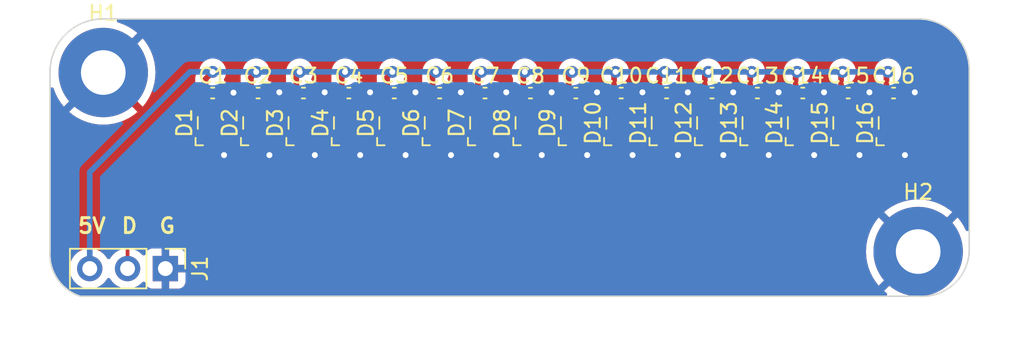
<source format=kicad_pcb>
(kicad_pcb (version 20221018) (generator pcbnew)
  (layers (0 "F.Cu" signal) (31 "B.Cu" signal) (34 "B.Paste" user) (35 "F.Paste" user) (36 "B.SilkS" user "B.Silkscreen") (37 "F.SilkS" user "F.Silkscreen") (38 "B.Mask" user) (39 "F.Mask" user) (44 "Edge.Cuts" user))
  (net 0 "")
  (net 1 "+5V")
  (net 2 "GND")
  (net 3 "Net-(D1-DOUT)")
  (net 4 "LIGHTBAR_RGB_OUT")
  (net 5 "Net-(D2-DOUT)")
  (net 6 "Net-(D3-DOUT)")
  (net 7 "Net-(D4-DOUT)")
  (net 8 "Net-(D5-DOUT)")
  (net 9 "Net-(D6-DOUT)")
  (net 10 "Net-(D7-DOUT)")
  (net 11 "Net-(D8-DOUT)")
  (net 12 "Net-(D10-DIN)")
  (net 13 "Net-(D10-DOUT)")
  (net 14 "Net-(D11-DOUT)")
  (net 15 "Net-(D12-DOUT)")
  (net 16 "Net-(D13-DOUT)")
  (net 17 "Net-(D14-DOUT)")
  (net 18 "Net-(D15-DOUT)")
  (footprint "Capacitor_SMD:C_0402_1005Metric" (layer "F.Cu") (at 69.85 21.742)
    (fp_text reference "C14" (at 0 -1.16) (layer "F.SilkS"))
    (fp_text value "100nF")
    (fp_line (start -0.107836 -0.36) (end 0.107836 -0.36) (stroke (width 0.12)) (layer "F.SilkS"))
    (fp_line (start -0.107836 0.36) (end 0.107836 0.36) (stroke (width 0.12)) (layer "F.SilkS"))
    (pad "1" smd roundrect (at -0.48 0) (size 0.56 0.62) (layers "F.Cu" "F.Paste" "F.Mask") (net 1 "+5V"))
    (pad "2" smd roundrect (at 0.48 0) (size 0.56 0.62) (layers "F.Cu" "F.Paste" "F.Mask") (net 2 "GND"))
  )
  (footprint "Capacitor_SMD:C_0402_1005Metric" (layer "F.Cu") (at 60.706 21.742)
    (fp_text reference "C11" (at 0 -1.16) (layer "F.SilkS"))
    (fp_text value "100nF")
    (fp_line (start -0.107836 -0.36) (end 0.107836 -0.36) (stroke (width 0.12)) (layer "F.SilkS"))
    (fp_line (start -0.107836 0.36) (end 0.107836 0.36) (stroke (width 0.12)) (layer "F.SilkS"))
    (pad "1" smd roundrect (at -0.48 0) (size 0.56 0.62) (layers "F.Cu" "F.Paste" "F.Mask") (net 1 "+5V"))
    (pad "2" smd roundrect (at 0.48 0) (size 0.56 0.62) (layers "F.Cu" "F.Paste" "F.Mask") (net 2 "GND"))
  )
  (footprint "marbastlib-various:LED_WS2812_2020" (layer "F.Cu") (at 36.322 23.749 90)
    (fp_text reference "D3" (at 0 -1.9 90) (layer "F.SilkS"))
    (fp_text value "WS2812_2020")
    (fp_line (start -1.5 -1.15) (end -1 -1.15) (stroke (width 0.12)) (layer "F.SilkS"))
    (fp_line (start -1.5 -0.65) (end -1.5 -1.15) (stroke (width 0.12)) (layer "F.SilkS"))
    (fp_line (start -0.4 -1) (end 0.4 -1) (stroke (width 0.12)) (layer "F.SilkS"))
    (pad "1" smd roundrect (at -0.915 -0.55 90) (size 0.7 0.7) (layers "F.Cu" "F.Paste" "F.Mask") (roundrect_rratio 0.15) (net 6 "Net-(D3-DOUT)"))
    (pad "2" smd roundrect (at -0.915 0.55 90) (size 0.7 0.7) (layers "F.Cu" "F.Paste" "F.Mask") (roundrect_rratio 0.15) (net 2 "GND"))
    (pad "3" smd roundrect (at 0.915 0.55 90) (size 0.7 0.7) (layers "F.Cu" "F.Paste" "F.Mask") (roundrect_rratio 0.15) (net 5 "Net-(D2-DOUT)"))
    (pad "4" smd roundrect (at 0.915 -0.55 90) (size 0.7 0.7) (layers "F.Cu" "F.Paste" "F.Mask") (roundrect_rratio 0.15) (net 1 "+5V"))
  )
  (footprint "Capacitor_SMD:C_0402_1005Metric" (layer "F.Cu") (at 39.37 21.742)
    (fp_text reference "C4" (at 0 -1.16) (layer "F.SilkS"))
    (fp_text value "100nF")
    (fp_line (start -0.107836 -0.36) (end 0.107836 -0.36) (stroke (width 0.12)) (layer "F.SilkS"))
    (fp_line (start -0.107836 0.36) (end 0.107836 0.36) (stroke (width 0.12)) (layer "F.SilkS"))
    (pad "1" smd roundrect (at -0.48 0) (size 0.56 0.62) (layers "F.Cu" "F.Paste" "F.Mask") (net 1 "+5V"))
    (pad "2" smd roundrect (at 0.48 0) (size 0.56 0.62) (layers "F.Cu" "F.Paste" "F.Mask") (net 2 "GND"))
  )
  (footprint "marbastlib-various:LED_WS2812_2020" (layer "F.Cu") (at 75.946 23.749 90)
    (fp_text reference "D16" (at 0 -1.9 90) (layer "F.SilkS"))
    (fp_text value "WS2812_2020")
    (fp_line (start -1.5 -1.15) (end -1 -1.15) (stroke (width 0.12)) (layer "F.SilkS"))
    (fp_line (start -1.5 -0.65) (end -1.5 -1.15) (stroke (width 0.12)) (layer "F.SilkS"))
    (fp_line (start -0.4 -1) (end 0.4 -1) (stroke (width 0.12)) (layer "F.SilkS"))
    (pad "1" smd roundrect (at -0.915 -0.55 90) (size 0.7 0.7) (layers "F.Cu" "F.Paste" "F.Mask") (roundrect_rratio 0.15))
    (pad "2" smd roundrect (at -0.915 0.55 90) (size 0.7 0.7) (layers "F.Cu" "F.Paste" "F.Mask") (roundrect_rratio 0.15) (net 2 "GND"))
    (pad "3" smd roundrect (at 0.915 0.55 90) (size 0.7 0.7) (layers "F.Cu" "F.Paste" "F.Mask") (roundrect_rratio 0.15) (net 18 "Net-(D15-DOUT)"))
    (pad "4" smd roundrect (at 0.915 -0.55 90) (size 0.7 0.7) (layers "F.Cu" "F.Paste" "F.Mask") (roundrect_rratio 0.15) (net 1 "+5V"))
  )
  (footprint "MountingHole:MountingHole_3mm_Pad" (layer "F.Cu") (at 77.597 32.385)
    (fp_text reference "H2" (at 0 -4) (layer "F.SilkS"))
    (fp_text value "MountingHole_Pad")
    (pad "1" thru_hole circle (at 0 0) (size 6 6) (drill 3) (layers "*.Cu" "*.Mask") (net 2 "GND"))
  )
  (footprint "marbastlib-various:LED_WS2812_2020" (layer "F.Cu") (at 60.706 23.749 90)
    (fp_text reference "D11" (at 0 -1.9 90) (layer "F.SilkS"))
    (fp_text value "WS2812_2020")
    (fp_line (start -1.5 -1.15) (end -1 -1.15) (stroke (width 0.12)) (layer "F.SilkS"))
    (fp_line (start -1.5 -0.65) (end -1.5 -1.15) (stroke (width 0.12)) (layer "F.SilkS"))
    (fp_line (start -0.4 -1) (end 0.4 -1) (stroke (width 0.12)) (layer "F.SilkS"))
    (pad "1" smd roundrect (at -0.915 -0.55 90) (size 0.7 0.7) (layers "F.Cu" "F.Paste" "F.Mask") (roundrect_rratio 0.15) (net 14 "Net-(D11-DOUT)"))
    (pad "2" smd roundrect (at -0.915 0.55 90) (size 0.7 0.7) (layers "F.Cu" "F.Paste" "F.Mask") (roundrect_rratio 0.15) (net 2 "GND"))
    (pad "3" smd roundrect (at 0.915 0.55 90) (size 0.7 0.7) (layers "F.Cu" "F.Paste" "F.Mask") (roundrect_rratio 0.15) (net 13 "Net-(D10-DOUT)"))
    (pad "4" smd roundrect (at 0.915 -0.55 90) (size 0.7 0.7) (layers "F.Cu" "F.Paste" "F.Mask") (roundrect_rratio 0.15) (net 1 "+5V"))
  )
  (footprint "Capacitor_SMD:C_0402_1005Metric" (layer "F.Cu") (at 48.514 21.742)
    (fp_text reference "C7" (at 0 -1.16) (layer "F.SilkS"))
    (fp_text value "100nF")
    (fp_line (start -0.107836 -0.36) (end 0.107836 -0.36) (stroke (width 0.12)) (layer "F.SilkS"))
    (fp_line (start -0.107836 0.36) (end 0.107836 0.36) (stroke (width 0.12)) (layer "F.SilkS"))
    (pad "1" smd roundrect (at -0.48 0) (size 0.56 0.62) (layers "F.Cu" "F.Paste" "F.Mask") (net 1 "+5V"))
    (pad "2" smd roundrect (at 0.48 0) (size 0.56 0.62) (layers "F.Cu" "F.Paste" "F.Mask") (net 2 "GND"))
  )
  (footprint "Capacitor_SMD:C_0402_1005Metric" (layer "F.Cu") (at 63.754 21.742)
    (fp_text reference "C12" (at 0 -1.16) (layer "F.SilkS"))
    (fp_text value "100nF")
    (fp_line (start -0.107836 -0.36) (end 0.107836 -0.36) (stroke (width 0.12)) (layer "F.SilkS"))
    (fp_line (start -0.107836 0.36) (end 0.107836 0.36) (stroke (width 0.12)) (layer "F.SilkS"))
    (pad "1" smd roundrect (at -0.48 0) (size 0.56 0.62) (layers "F.Cu" "F.Paste" "F.Mask") (net 1 "+5V"))
    (pad "2" smd roundrect (at 0.48 0) (size 0.56 0.62) (layers "F.Cu" "F.Paste" "F.Mask") (net 2 "GND"))
  )
  (footprint "marbastlib-various:LED_WS2812_2020" (layer "F.Cu") (at 39.37 23.749 90)
    (fp_text reference "D4" (at 0 -1.9 90) (layer "F.SilkS"))
    (fp_text value "WS2812_2020")
    (fp_line (start -1.5 -1.15) (end -1 -1.15) (stroke (width 0.12)) (layer "F.SilkS"))
    (fp_line (start -1.5 -0.65) (end -1.5 -1.15) (stroke (width 0.12)) (layer "F.SilkS"))
    (fp_line (start -0.4 -1) (end 0.4 -1) (stroke (width 0.12)) (layer "F.SilkS"))
    (pad "1" smd roundrect (at -0.915 -0.55 90) (size 0.7 0.7) (layers "F.Cu" "F.Paste" "F.Mask") (roundrect_rratio 0.15) (net 7 "Net-(D4-DOUT)"))
    (pad "2" smd roundrect (at -0.915 0.55 90) (size 0.7 0.7) (layers "F.Cu" "F.Paste" "F.Mask") (roundrect_rratio 0.15) (net 2 "GND"))
    (pad "3" smd roundrect (at 0.915 0.55 90) (size 0.7 0.7) (layers "F.Cu" "F.Paste" "F.Mask") (roundrect_rratio 0.15) (net 6 "Net-(D3-DOUT)"))
    (pad "4" smd roundrect (at 0.915 -0.55 90) (size 0.7 0.7) (layers "F.Cu" "F.Paste" "F.Mask") (roundrect_rratio 0.15) (net 1 "+5V"))
  )
  (footprint "Capacitor_SMD:C_0402_1005Metric" (layer "F.Cu") (at 30.226 21.742)
    (fp_text reference "C1" (at 0 -1.16) (layer "F.SilkS"))
    (fp_text value "100nF")
    (fp_line (start -0.107836 -0.36) (end 0.107836 -0.36) (stroke (width 0.12)) (layer "F.SilkS"))
    (fp_line (start -0.107836 0.36) (end 0.107836 0.36) (stroke (width 0.12)) (layer "F.SilkS"))
    (pad "1" smd roundrect (at -0.48 0) (size 0.56 0.62) (layers "F.Cu" "F.Paste" "F.Mask") (net 1 "+5V"))
    (pad "2" smd roundrect (at 0.48 0) (size 0.56 0.62) (layers "F.Cu" "F.Paste" "F.Mask") (net 2 "GND"))
  )
  (footprint "Capacitor_SMD:C_0402_1005Metric" (layer "F.Cu") (at 54.61 21.742)
    (fp_text reference "C9" (at 0 -1.16) (layer "F.SilkS"))
    (fp_text value "100nF")
    (fp_line (start -0.107836 -0.36) (end 0.107836 -0.36) (stroke (width 0.12)) (layer "F.SilkS"))
    (fp_line (start -0.107836 0.36) (end 0.107836 0.36) (stroke (width 0.12)) (layer "F.SilkS"))
    (pad "1" smd roundrect (at -0.48 0) (size 0.56 0.62) (layers "F.Cu" "F.Paste" "F.Mask") (net 1 "+5V"))
    (pad "2" smd roundrect (at 0.48 0) (size 0.56 0.62) (layers "F.Cu" "F.Paste" "F.Mask") (net 2 "GND"))
  )
  (footprint "Capacitor_SMD:C_0402_1005Metric" (layer "F.Cu") (at 57.658 21.742)
    (fp_text reference "C10" (at 0 -1.16) (layer "F.SilkS"))
    (fp_text value "100nF")
    (fp_line (start -0.107836 -0.36) (end 0.107836 -0.36) (stroke (width 0.12)) (layer "F.SilkS"))
    (fp_line (start -0.107836 0.36) (end 0.107836 0.36) (stroke (width 0.12)) (layer "F.SilkS"))
    (pad "1" smd roundrect (at -0.48 0) (size 0.56 0.62) (layers "F.Cu" "F.Paste" "F.Mask") (net 1 "+5V"))
    (pad "2" smd roundrect (at 0.48 0) (size 0.56 0.62) (layers "F.Cu" "F.Paste" "F.Mask") (net 2 "GND"))
  )
  (footprint "marbastlib-various:LED_WS2812_2020" (layer "F.Cu") (at 45.466 23.749 90)
    (fp_text reference "D6" (at 0 -1.9 90) (layer "F.SilkS"))
    (fp_text value "WS2812_2020")
    (fp_line (start -1.5 -1.15) (end -1 -1.15) (stroke (width 0.12)) (layer "F.SilkS"))
    (fp_line (start -1.5 -0.65) (end -1.5 -1.15) (stroke (width 0.12)) (layer "F.SilkS"))
    (fp_line (start -0.4 -1) (end 0.4 -1) (stroke (width 0.12)) (layer "F.SilkS"))
    (pad "1" smd roundrect (at -0.915 -0.55 90) (size 0.7 0.7) (layers "F.Cu" "F.Paste" "F.Mask") (roundrect_rratio 0.15) (net 9 "Net-(D6-DOUT)"))
    (pad "2" smd roundrect (at -0.915 0.55 90) (size 0.7 0.7) (layers "F.Cu" "F.Paste" "F.Mask") (roundrect_rratio 0.15) (net 2 "GND"))
    (pad "3" smd roundrect (at 0.915 0.55 90) (size 0.7 0.7) (layers "F.Cu" "F.Paste" "F.Mask") (roundrect_rratio 0.15) (net 8 "Net-(D5-DOUT)"))
    (pad "4" smd roundrect (at 0.915 -0.55 90) (size 0.7 0.7) (layers "F.Cu" "F.Paste" "F.Mask") (roundrect_rratio 0.15) (net 1 "+5V"))
  )
  (footprint "Capacitor_SMD:C_0402_1005Metric" (layer "F.Cu") (at 75.946 21.742)
    (fp_text reference "C16" (at 0 -1.16) (layer "F.SilkS"))
    (fp_text value "100nF")
    (fp_line (start -0.107836 -0.36) (end 0.107836 -0.36) (stroke (width 0.12)) (layer "F.SilkS"))
    (fp_line (start -0.107836 0.36) (end 0.107836 0.36) (stroke (width 0.12)) (layer "F.SilkS"))
    (pad "1" smd roundrect (at -0.48 0) (size 0.56 0.62) (layers "F.Cu" "F.Paste" "F.Mask") (net 1 "+5V"))
    (pad "2" smd roundrect (at 0.48 0) (size 0.56 0.62) (layers "F.Cu" "F.Paste" "F.Mask") (net 2 "GND"))
  )
  (footprint "marbastlib-various:LED_WS2812_2020" (layer "F.Cu") (at 63.754 23.749 90)
    (fp_text reference "D12" (at 0 -1.9 90) (layer "F.SilkS"))
    (fp_text value "WS2812_2020")
    (fp_line (start -1.5 -1.15) (end -1 -1.15) (stroke (width 0.12)) (layer "F.SilkS"))
    (fp_line (start -1.5 -0.65) (end -1.5 -1.15) (stroke (width 0.12)) (layer "F.SilkS"))
    (fp_line (start -0.4 -1) (end 0.4 -1) (stroke (width 0.12)) (layer "F.SilkS"))
    (pad "1" smd roundrect (at -0.915 -0.55 90) (size 0.7 0.7) (layers "F.Cu" "F.Paste" "F.Mask") (roundrect_rratio 0.15) (net 15 "Net-(D12-DOUT)"))
    (pad "2" smd roundrect (at -0.915 0.55 90) (size 0.7 0.7) (layers "F.Cu" "F.Paste" "F.Mask") (roundrect_rratio 0.15) (net 2 "GND"))
    (pad "3" smd roundrect (at 0.915 0.55 90) (size 0.7 0.7) (layers "F.Cu" "F.Paste" "F.Mask") (roundrect_rratio 0.15) (net 14 "Net-(D11-DOUT)"))
    (pad "4" smd roundrect (at 0.915 -0.55 90) (size 0.7 0.7) (layers "F.Cu" "F.Paste" "F.Mask") (roundrect_rratio 0.15) (net 1 "+5V"))
  )
  (footprint "marbastlib-various:LED_WS2812_2020" (layer "F.Cu") (at 57.658 23.749 90)
    (fp_text reference "D10" (at 0 -1.9 90) (layer "F.SilkS"))
    (fp_text value "WS2812_2020")
    (fp_line (start -1.5 -1.15) (end -1 -1.15) (stroke (width 0.12)) (layer "F.SilkS"))
    (fp_line (start -1.5 -0.65) (end -1.5 -1.15) (stroke (width 0.12)) (layer "F.SilkS"))
    (fp_line (start -0.4 -1) (end 0.4 -1) (stroke (width 0.12)) (layer "F.SilkS"))
    (pad "1" smd roundrect (at -0.915 -0.55 90) (size 0.7 0.7) (layers "F.Cu" "F.Paste" "F.Mask") (roundrect_rratio 0.15) (net 13 "Net-(D10-DOUT)"))
    (pad "2" smd roundrect (at -0.915 0.55 90) (size 0.7 0.7) (layers "F.Cu" "F.Paste" "F.Mask") (roundrect_rratio 0.15) (net 2 "GND"))
    (pad "3" smd roundrect (at 0.915 0.55 90) (size 0.7 0.7) (layers "F.Cu" "F.Paste" "F.Mask") (roundrect_rratio 0.15) (net 12 "Net-(D10-DIN)"))
    (pad "4" smd roundrect (at 0.915 -0.55 90) (size 0.7 0.7) (layers "F.Cu" "F.Paste" "F.Mask") (roundrect_rratio 0.15) (net 1 "+5V"))
  )
  (footprint "marbastlib-various:LED_WS2812_2020" (layer "F.Cu") (at 69.85 23.749 90)
    (fp_text reference "D14" (at 0 -1.9 90) (layer "F.SilkS"))
    (fp_text value "WS2812_2020")
    (fp_line (start -1.5 -1.15) (end -1 -1.15) (stroke (width 0.12)) (layer "F.SilkS"))
    (fp_line (start -1.5 -0.65) (end -1.5 -1.15) (stroke (width 0.12)) (layer "F.SilkS"))
    (fp_line (start -0.4 -1) (end 0.4 -1) (stroke (width 0.12)) (layer "F.SilkS"))
    (pad "1" smd roundrect (at -0.915 -0.55 90) (size 0.7 0.7) (layers "F.Cu" "F.Paste" "F.Mask") (roundrect_rratio 0.15) (net 17 "Net-(D14-DOUT)"))
    (pad "2" smd roundrect (at -0.915 0.55 90) (size 0.7 0.7) (layers "F.Cu" "F.Paste" "F.Mask") (roundrect_rratio 0.15) (net 2 "GND"))
    (pad "3" smd roundrect (at 0.915 0.55 90) (size 0.7 0.7) (layers "F.Cu" "F.Paste" "F.Mask") (roundrect_rratio 0.15) (net 16 "Net-(D13-DOUT)"))
    (pad "4" smd roundrect (at 0.915 -0.55 90) (size 0.7 0.7) (layers "F.Cu" "F.Paste" "F.Mask") (roundrect_rratio 0.15) (net 1 "+5V"))
  )
  (footprint "Capacitor_SMD:C_0402_1005Metric" (layer "F.Cu") (at 33.274 21.742)
    (fp_text reference "C2" (at 0 -1.16) (layer "F.SilkS"))
    (fp_text value "100nF")
    (fp_line (start -0.107836 -0.36) (end 0.107836 -0.36) (stroke (width 0.12)) (layer "F.SilkS"))
    (fp_line (start -0.107836 0.36) (end 0.107836 0.36) (stroke (width 0.12)) (layer "F.SilkS"))
    (pad "1" smd roundrect (at -0.48 0) (size 0.56 0.62) (layers "F.Cu" "F.Paste" "F.Mask") (net 1 "+5V"))
    (pad "2" smd roundrect (at 0.48 0) (size 0.56 0.62) (layers "F.Cu" "F.Paste" "F.Mask") (net 2 "GND"))
  )
  (footprint "Capacitor_SMD:C_0402_1005Metric" (layer "F.Cu") (at 36.322 21.742)
    (fp_text reference "C3" (at 0 -1.16) (layer "F.SilkS"))
    (fp_text value "100nF")
    (fp_line (start -0.107836 -0.36) (end 0.107836 -0.36) (stroke (width 0.12)) (layer "F.SilkS"))
    (fp_line (start -0.107836 0.36) (end 0.107836 0.36) (stroke (width 0.12)) (layer "F.SilkS"))
    (pad "1" smd roundrect (at -0.48 0) (size 0.56 0.62) (layers "F.Cu" "F.Paste" "F.Mask") (net 1 "+5V"))
    (pad "2" smd roundrect (at 0.48 0) (size 0.56 0.62) (layers "F.Cu" "F.Paste" "F.Mask") (net 2 "GND"))
  )
  (footprint "marbastlib-various:LED_WS2812_2020" (layer "F.Cu") (at 30.226 23.749 90)
    (fp_text reference "D1" (at 0 -1.9 90) (layer "F.SilkS"))
    (fp_text value "WS2812_2020")
    (fp_line (start -1.5 -1.15) (end -1 -1.15) (stroke (width 0.12)) (layer "F.SilkS"))
    (fp_line (start -1.5 -0.65) (end -1.5 -1.15) (stroke (width 0.12)) (layer "F.SilkS"))
    (fp_line (start -0.4 -1) (end 0.4 -1) (stroke (width 0.12)) (layer "F.SilkS"))
    (pad "1" smd roundrect (at -0.915 -0.55 90) (size 0.7 0.7) (layers "F.Cu" "F.Paste" "F.Mask") (roundrect_rratio 0.15) (net 3 "Net-(D1-DOUT)"))
    (pad "2" smd roundrect (at -0.915 0.55 90) (size 0.7 0.7) (layers "F.Cu" "F.Paste" "F.Mask") (roundrect_rratio 0.15) (net 2 "GND"))
    (pad "3" smd roundrect (at 0.915 0.55 90) (size 0.7 0.7) (layers "F.Cu" "F.Paste" "F.Mask") (roundrect_rratio 0.15) (net 4 "LIGHTBAR_RGB_OUT"))
    (pad "4" smd roundrect (at 0.915 -0.55 90) (size 0.7 0.7) (layers "F.Cu" "F.Paste" "F.Mask") (roundrect_rratio 0.15) (net 1 "+5V"))
  )
  (footprint "Connector_PinHeader_2.54mm:PinHeader_1x03_P2.54mm_Vertical" (layer "F.Cu") (at 27.051 33.528 -90)
    (fp_text reference "J1" (at 0 -2.33 90) (layer "F.SilkS"))
    (fp_text value "Conn_01x03")
    (fp_line (start -1.33 -1.33) (end 0 -1.33) (stroke (width 0.12)) (layer "F.SilkS"))
    (fp_line (start -1.33 0) (end -1.33 -1.33) (stroke (width 0.12)) (layer "F.SilkS"))
    (fp_line (start -1.33 1.27) (end -1.33 6.41) (stroke (width 0.12)) (layer "F.SilkS"))
    (fp_line (start -1.33 1.27) (end 1.33 1.27) (stroke (width 0.12)) (layer "F.SilkS"))
    (fp_line (start -1.33 6.41) (end 1.33 6.41) (stroke (width 0.12)) (layer "F.SilkS"))
    (fp_line (start 1.33 1.27) (end 1.33 6.41) (stroke (width 0.12)) (layer "F.SilkS"))
    (pad "1" thru_hole rect (at 0 0 270) (size 1.7 1.7) (drill 1) (layers "*.Cu" "*.Mask") (net 2 "GND"))
    (pad "2" thru_hole oval (at 0 2.54 270) (size 1.7 1.7) (drill 1) (layers "*.Cu" "*.Mask") (net 4 "LIGHTBAR_RGB_OUT"))
    (pad "3" thru_hole oval (at 0 5.08 270) (size 1.7 1.7) (drill 1) (layers "*.Cu" "*.Mask") (net 1 "+5V"))
  )
  (footprint "Capacitor_SMD:C_0402_1005Metric" (layer "F.Cu") (at 51.562 21.742)
    (fp_text reference "C8" (at 0 -1.16) (layer "F.SilkS"))
    (fp_text value "100nF")
    (fp_line (start -0.107836 -0.36) (end 0.107836 -0.36) (stroke (width 0.12)) (layer "F.SilkS"))
    (fp_line (start -0.107836 0.36) (end 0.107836 0.36) (stroke (width 0.12)) (layer "F.SilkS"))
    (pad "1" smd roundrect (at -0.48 0) (size 0.56 0.62) (layers "F.Cu" "F.Paste" "F.Mask") (net 1 "+5V"))
    (pad "2" smd roundrect (at 0.48 0) (size 0.56 0.62) (layers "F.Cu" "F.Paste" "F.Mask") (net 2 "GND"))
  )
  (footprint "marbastlib-various:LED_WS2812_2020" (layer "F.Cu") (at 54.61 23.749 90)
    (fp_text reference "D9" (at 0 -1.9 90) (layer "F.SilkS"))
    (fp_text value "WS2812_2020")
    (fp_line (start -1.5 -1.15) (end -1 -1.15) (stroke (width 0.12)) (layer "F.SilkS"))
    (fp_line (start -1.5 -0.65) (end -1.5 -1.15) (stroke (width 0.12)) (layer "F.SilkS"))
    (fp_line (start -0.4 -1) (end 0.4 -1) (stroke (width 0.12)) (layer "F.SilkS"))
    (pad "1" smd roundrect (at -0.915 -0.55 90) (size 0.7 0.7) (layers "F.Cu" "F.Paste" "F.Mask") (roundrect_rratio 0.15) (net 12 "Net-(D10-DIN)"))
    (pad "2" smd roundrect (at -0.915 0.55 90) (size 0.7 0.7) (layers "F.Cu" "F.Paste" "F.Mask") (roundrect_rratio 0.15) (net 2 "GND"))
    (pad "3" smd roundrect (at 0.915 0.55 90) (size 0.7 0.7) (layers "F.Cu" "F.Paste" "F.Mask") (roundrect_rratio 0.15) (net 11 "Net-(D8-DOUT)"))
    (pad "4" smd roundrect (at 0.915 -0.55 90) (size 0.7 0.7) (layers "F.Cu" "F.Paste" "F.Mask") (roundrect_rratio 0.15) (net 1 "+5V"))
  )
  (footprint "marbastlib-various:LED_WS2812_2020" (layer "F.Cu") (at 66.802 23.749 90)
    (fp_text reference "D13" (at 0 -1.9 90) (layer "F.SilkS"))
    (fp_text value "WS2812_2020")
    (fp_line (start -1.5 -1.15) (end -1 -1.15) (stroke (width 0.12)) (layer "F.SilkS"))
    (fp_line (start -1.5 -0.65) (end -1.5 -1.15) (stroke (width 0.12)) (layer "F.SilkS"))
    (fp_line (start -0.4 -1) (end 0.4 -1) (stroke (width 0.12)) (layer "F.SilkS"))
    (pad "1" smd roundrect (at -0.915 -0.55 90) (size 0.7 0.7) (layers "F.Cu" "F.Paste" "F.Mask") (roundrect_rratio 0.15) (net 16 "Net-(D13-DOUT)"))
    (pad "2" smd roundrect (at -0.915 0.55 90) (size 0.7 0.7) (layers "F.Cu" "F.Paste" "F.Mask") (roundrect_rratio 0.15) (net 2 "GND"))
    (pad "3" smd roundrect (at 0.915 0.55 90) (size 0.7 0.7) (layers "F.Cu" "F.Paste" "F.Mask") (roundrect_rratio 0.15) (net 15 "Net-(D12-DOUT)"))
    (pad "4" smd roundrect (at 0.915 -0.55 90) (size 0.7 0.7) (layers "F.Cu" "F.Paste" "F.Mask") (roundrect_rratio 0.15) (net 1 "+5V"))
  )
  (footprint "marbastlib-various:LED_WS2812_2020" (layer "F.Cu") (at 33.274 23.749 90)
    (fp_text reference "D2" (at 0 -1.9 90) (layer "F.SilkS"))
    (fp_text value "WS2812_2020")
    (fp_line (start -1.5 -1.15) (end -1 -1.15) (stroke (width 0.12)) (layer "F.SilkS"))
    (fp_line (start -1.5 -0.65) (end -1.5 -1.15) (stroke (width 0.12)) (layer "F.SilkS"))
    (fp_line (start -0.4 -1) (end 0.4 -1) (stroke (width 0.12)) (layer "F.SilkS"))
    (pad "1" smd roundrect (at -0.915 -0.55 90) (size 0.7 0.7) (layers "F.Cu" "F.Paste" "F.Mask") (roundrect_rratio 0.15) (net 5 "Net-(D2-DOUT)"))
    (pad "2" smd roundrect (at -0.915 0.55 90) (size 0.7 0.7) (layers "F.Cu" "F.Paste" "F.Mask") (roundrect_rratio 0.15) (net 2 "GND"))
    (pad "3" smd roundrect (at 0.915 0.55 90) (size 0.7 0.7) (layers "F.Cu" "F.Paste" "F.Mask") (roundrect_rratio 0.15) (net 3 "Net-(D1-DOUT)"))
    (pad "4" smd roundrect (at 0.915 -0.55 90) (size 0.7 0.7) (layers "F.Cu" "F.Paste" "F.Mask") (roundrect_rratio 0.15) (net 1 "+5V"))
  )
  (footprint "Capacitor_SMD:C_0402_1005Metric" (layer "F.Cu") (at 45.466 21.742)
    (fp_text reference "C6" (at 0 -1.16) (layer "F.SilkS"))
    (fp_text value "100nF")
    (fp_line (start -0.107836 -0.36) (end 0.107836 -0.36) (stroke (width 0.12)) (layer "F.SilkS"))
    (fp_line (start -0.107836 0.36) (end 0.107836 0.36) (stroke (width 0.12)) (layer "F.SilkS"))
    (pad "1" smd roundrect (at -0.48 0) (size 0.56 0.62) (layers "F.Cu" "F.Paste" "F.Mask") (net 1 "+5V"))
    (pad "2" smd roundrect (at 0.48 0) (size 0.56 0.62) (layers "F.Cu" "F.Paste" "F.Mask") (net 2 "GND"))
  )
  (footprint "marbastlib-various:LED_WS2812_2020" (layer "F.Cu") (at 51.562 23.749 90)
    (fp_text reference "D8" (at 0 -1.9 90) (layer "F.SilkS"))
    (fp_text value "WS2812_2020")
    (fp_line (start -1.5 -1.15) (end -1 -1.15) (stroke (width 0.12)) (layer "F.SilkS"))
    (fp_line (start -1.5 -0.65) (end -1.5 -1.15) (stroke (width 0.12)) (layer "F.SilkS"))
    (fp_line (start -0.4 -1) (end 0.4 -1) (stroke (width 0.12)) (layer "F.SilkS"))
    (pad "1" smd roundrect (at -0.915 -0.55 90) (size 0.7 0.7) (layers "F.Cu" "F.Paste" "F.Mask") (roundrect_rratio 0.15) (net 11 "Net-(D8-DOUT)"))
    (pad "2" smd roundrect (at -0.915 0.55 90) (size 0.7 0.7) (layers "F.Cu" "F.Paste" "F.Mask") (roundrect_rratio 0.15) (net 2 "GND"))
    (pad "3" smd roundrect (at 0.915 0.55 90) (size 0.7 0.7) (layers "F.Cu" "F.Paste" "F.Mask") (roundrect_rratio 0.15) (net 10 "Net-(D7-DOUT)"))
    (pad "4" smd roundrect (at 0.915 -0.55 90) (size 0.7 0.7) (layers "F.Cu" "F.Paste" "F.Mask") (roundrect_rratio 0.15) (net 1 "+5V"))
  )
  (footprint "Capacitor_SMD:C_0402_1005Metric" (layer "F.Cu") (at 66.802 21.742)
    (fp_text reference "C13" (at 0 -1.16) (layer "F.SilkS"))
    (fp_text value "100nF")
    (fp_line (start -0.107836 -0.36) (end 0.107836 -0.36) (stroke (width 0.12)) (layer "F.SilkS"))
    (fp_line (start -0.107836 0.36) (end 0.107836 0.36) (stroke (width 0.12)) (layer "F.SilkS"))
    (pad "1" smd roundrect (at -0.48 0) (size 0.56 0.62) (layers "F.Cu" "F.Paste" "F.Mask") (net 1 "+5V"))
    (pad "2" smd roundrect (at 0.48 0) (size 0.56 0.62) (layers "F.Cu" "F.Paste" "F.Mask") (net 2 "GND"))
  )
  (footprint "marbastlib-various:LED_WS2812_2020" (layer "F.Cu") (at 48.514 23.749 90)
    (fp_text reference "D7" (at 0 -1.9 90) (layer "F.SilkS"))
    (fp_text value "WS2812_2020")
    (fp_line (start -1.5 -1.15) (end -1 -1.15) (stroke (width 0.12)) (layer "F.SilkS"))
    (fp_line (start -1.5 -0.65) (end -1.5 -1.15) (stroke (width 0.12)) (layer "F.SilkS"))
    (fp_line (start -0.4 -1) (end 0.4 -1) (stroke (width 0.12)) (layer "F.SilkS"))
    (pad "1" smd roundrect (at -0.915 -0.55 90) (size 0.7 0.7) (layers "F.Cu" "F.Paste" "F.Mask") (roundrect_rratio 0.15) (net 10 "Net-(D7-DOUT)"))
    (pad "2" smd roundrect (at -0.915 0.55 90) (size 0.7 0.7) (layers "F.Cu" "F.Paste" "F.Mask") (roundrect_rratio 0.15) (net 2 "GND"))
    (pad "3" smd roundrect (at 0.915 0.55 90) (size 0.7 0.7) (layers "F.Cu" "F.Paste" "F.Mask") (roundrect_rratio 0.15) (net 9 "Net-(D6-DOUT)"))
    (pad "4" smd roundrect (at 0.915 -0.55 90) (size 0.7 0.7) (layers "F.Cu" "F.Paste" "F.Mask") (roundrect_rratio 0.15) (net 1 "+5V"))
  )
  (footprint "Capacitor_SMD:C_0402_1005Metric" (layer "F.Cu") (at 42.418 21.742)
    (fp_text reference "C5" (at 0 -1.16) (layer "F.SilkS"))
    (fp_text value "100nF")
    (fp_line (start -0.107836 -0.36) (end 0.107836 -0.36) (stroke (width 0.12)) (layer "F.SilkS"))
    (fp_line (start -0.107836 0.36) (end 0.107836 0.36) (stroke (width 0.12)) (layer "F.SilkS"))
    (pad "1" smd roundrect (at -0.48 0) (size 0.56 0.62) (layers "F.Cu" "F.Paste" "F.Mask") (net 1 "+5V"))
    (pad "2" smd roundrect (at 0.48 0) (size 0.56 0.62) (layers "F.Cu" "F.Paste" "F.Mask") (net 2 "GND"))
  )
  (footprint "Capacitor_SMD:C_0402_1005Metric" (layer "F.Cu") (at 72.898 21.742)
    (fp_text reference "C15" (at 0 -1.16) (layer "F.SilkS"))
    (fp_text value "100nF")
    (fp_line (start -0.107836 -0.36) (end 0.107836 -0.36) (stroke (width 0.12)) (layer "F.SilkS"))
    (fp_line (start -0.107836 0.36) (end 0.107836 0.36) (stroke (width 0.12)) (layer "F.SilkS"))
    (pad "1" smd roundrect (at -0.48 0) (size 0.56 0.62) (layers "F.Cu" "F.Paste" "F.Mask") (net 1 "+5V"))
    (pad "2" smd roundrect (at 0.48 0) (size 0.56 0.62) (layers "F.Cu" "F.Paste" "F.Mask") (net 2 "GND"))
  )
  (footprint "MountingHole:MountingHole_3mm_Pad" (layer "F.Cu") (at 22.879961 20.362871)
    (fp_text reference "H1" (at 0 -4) (layer "F.SilkS"))
    (fp_text value "MountingHole_Pad")
    (pad "1" thru_hole circle (at 0 0) (size 6 6) (drill 3) (layers "*.Cu" "*.Mask") (net 2 "GND"))
  )
  (footprint "marbastlib-various:LED_WS2812_2020" (layer "F.Cu") (at 42.418 23.749 90)
    (fp_text reference "D5" (at 0 -1.9 90) (layer "F.SilkS"))
    (fp_text value "WS2812_2020")
    (fp_line (start -1.5 -1.15) (end -1 -1.15) (stroke (width 0.12)) (layer "F.SilkS"))
    (fp_line (start -1.5 -0.65) (end -1.5 -1.15) (stroke (width 0.12)) (layer "F.SilkS"))
    (fp_line (start -0.4 -1) (end 0.4 -1) (stroke (width 0.12)) (layer "F.SilkS"))
    (pad "1" smd roundrect (at -0.915 -0.55 90) (size 0.7 0.7) (layers "F.Cu" "F.Paste" "F.Mask") (roundrect_rratio 0.15) (net 8 "Net-(D5-DOUT)"))
    (pad "2" smd roundrect (at -0.915 0.55 90) (size 0.7 0.7) (layers "F.Cu" "F.Paste" "F.Mask") (roundrect_rratio 0.15) (net 2 "GND"))
    (pad "3" smd roundrect (at 0.915 0.55 90) (size 0.7 0.7) (layers "F.Cu" "F.Paste" "F.Mask") (roundrect_rratio 0.15) (net 7 "Net-(D4-DOUT)"))
    (pad "4" smd roundrect (at 0.915 -0.55 90) (size 0.7 0.7) (layers "F.Cu" "F.Paste" "F.Mask") (roundrect_rratio 0.15) (net 1 "+5V"))
  )
  (footprint "marbastlib-various:LED_WS2812_2020" (layer "F.Cu") (at 72.898 23.749 90)
    (fp_text reference "D15" (at 0 -1.9 90) (layer "F.SilkS"))
    (fp_text value "WS2812_2020")
    (fp_line (start -1.5 -1.15) (end -1 -1.15) (stroke (width 0.12)) (layer "F.SilkS"))
    (fp_line (start -1.5 -0.65) (end -1.5 -1.15) (stroke (width 0.12)) (layer "F.SilkS"))
    (fp_line (start -0.4 -1) (end 0.4 -1) (stroke (width 0.12)) (layer "F.SilkS"))
    (pad "1" smd roundrect (at -0.915 -0.55 90) (size 0.7 0.7) (layers "F.Cu" "F.Paste" "F.Mask") (roundrect_rratio 0.15) (net 18 "Net-(D15-DOUT)"))
    (pad "2" smd roundrect (at -0.915 0.55 90) (size 0.7 0.7) (layers "F.Cu" "F.Paste" "F.Mask") (roundrect_rratio 0.15) (net 2 "GND"))
    (pad "3" smd roundrect (at 0.915 0.55 90) (size 0.7 0.7) (layers "F.Cu" "F.Paste" "F.Mask") (roundrect_rratio 0.15) (net 17 "Net-(D14-DOUT)"))
    (pad "4" smd roundrect (at 0.915 -0.55 90) (size 0.7 0.7) (layers "F.Cu" "F.Paste" "F.Mask") (roundrect_rratio 0.15) (net 1 "+5V"))
  )
  (gr_line (start 22.86 16.764) (end 77.597 16.764) (stroke (width 0.1)) (layer "Edge.Cuts"))
  (gr_line (start 77.724 35.385) (end 21.336 35.385) (stroke (width 0.1)) (layer "Edge.Cuts"))
  (gr_line (start 81.026 20.193) (end 81.026 32.385) (stroke (width 0.1)) (layer "Edge.Cuts"))
  (gr_line (start 19.304 32.385) (end 19.304 20.32) (stroke (width 0.1)) (layer "Edge.Cuts"))
  (gr_arc (start 81.026 32.385) (mid 79.996321 34.568867) (end 77.724 35.385) (stroke (width 0.1)) (layer "Edge.Cuts"))
  (gr_arc (start 21.336 35.385) (mid 19.810818 34.229886) (end 19.304 32.385) (stroke (width 0.1)) (layer "Edge.Cuts"))
  (gr_arc (start 19.304 20.32) (mid 20.345528 17.805528) (end 22.86 16.764) (stroke (width 0.1)) (layer "Edge.Cuts"))
  (gr_arc (start 77.597 16.764) (mid 80.021674 17.768326) (end 81.026 20.193) (stroke (width 0.1)) (layer "Edge.Cuts"))
  (gr_text "G" (at 26.543 31.242) (layer "F.SilkS") (effects (font (size 1 1) (thickness 0.2) bold) (justify left bottom)))
  (gr_text "D" (at 24.003 31.242) (layer "F.SilkS") (effects (font (size 1 1) (thickness 0.2) bold) (justify left bottom)))
  (gr_text "5V" (at 21.082 31.242) (layer "F.SilkS") (effects (font (size 1 1) (thickness 0.2) bold) (justify left bottom)))
  (segment (start 51.012 21.812) (end 51.082 21.742) (width 0.381) (layer "F.Cu") (net 1))
  (segment (start 75.396 22.834) (end 75.396 21.812) (width 0.381) (layer "F.Cu") (net 1))
  (segment (start 35.772 21.812) (end 35.842 21.742) (width 0.381) (layer "F.Cu") (net 1))
  (segment (start 48.034 20.546) (end 48.26 20.32) (width 0.381) (layer "F.Cu") (net 1))
  (segment (start 54.06 21.812) (end 54.13 21.742) (width 0.381) (layer "F.Cu") (net 1))
  (segment (start 75.466 20.419) (end 75.565 20.32) (width 0.381) (layer "F.Cu") (net 1))
  (segment (start 66.252 22.834) (end 66.252 21.812) (width 0.381) (layer "F.Cu") (net 1))
  (segment (start 60.226 20.673) (end 60.579 20.32) (width 0.381) (layer "F.Cu") (net 1))
  (segment (start 44.916 21.812) (end 44.986 21.742) (width 0.381) (layer "F.Cu") (net 1))
  (segment (start 57.108 21.812) (end 57.178 21.742) (width 0.381) (layer "F.Cu") (net 1))
  (segment (start 29.746 21.742) (end 29.746 20.8) (width 0.381) (layer "F.Cu") (net 1))
  (segment (start 57.178 21.742) (end 57.178 20.419) (width 0.381) (layer "F.Cu") (net 1))
  (segment (start 29.676 21.812) (end 29.746 21.742) (width 0.381) (layer "F.Cu") (net 1))
  (segment (start 32.794 21.742) (end 32.794 20.673) (width 0.381) (layer "F.Cu") (net 1))
  (segment (start 69.3 22.834) (end 69.3 21.812) (width 0.381) (layer "F.Cu") (net 1))
  (segment (start 44.986 21.742) (end 44.986 20.546) (width 0.381) (layer "F.Cu") (net 1))
  (segment (start 35.842 21.742) (end 35.842 20.546) (width 0.381) (layer "F.Cu") (net 1))
  (segment (start 44.916 22.834) (end 44.916 21.812) (width 0.381) (layer "F.Cu") (net 1))
  (segment (start 35.842 20.546) (end 36.068 20.32) (width 0.381) (layer "F.Cu") (net 1))
  (segment (start 41.868 22.834) (end 41.868 21.812) (width 0.381) (layer "F.Cu") (net 1))
  (segment (start 75.466 21.742) (end 75.466 20.419) (width 0.381) (layer "F.Cu") (net 1))
  (segment (start 54.06 22.834) (end 54.06 21.812) (width 0.381) (layer "F.Cu") (net 1))
  (segment (start 75.396 21.812) (end 75.466 21.742) (width 0.381) (layer "F.Cu") (net 1))
  (segment (start 69.37 21.742) (end 69.37 20.419) (width 0.381) (layer "F.Cu") (net 1))
  (segment (start 29.676 22.834) (end 29.676 21.812) (width 0.381) (layer "F.Cu") (net 1))
  (segment (start 69.3 21.812) (end 69.37 21.742) (width 0.381) (layer "F.Cu") (net 1))
  (segment (start 51.012 22.834) (end 51.012 21.812) (width 0.381) (layer "F.Cu") (net 1))
  (segment (start 60.156 21.812) (end 60.226 21.742) (width 0.381) (layer "F.Cu") (net 1))
  (segment (start 48.034 21.742) (end 48.034 20.546) (width 0.381) (layer "F.Cu") (net 1))
  (segment (start 57.108 22.834) (end 57.108 21.812) (width 0.381) (layer "F.Cu") (net 1))
  (segment (start 44.986 20.546) (end 45.212 20.32) (width 0.381) (layer "F.Cu") (net 1))
  (segment (start 54.13 20.546) (end 54.356 20.32) (width 0.381) (layer "F.Cu") (net 1))
  (segment (start 66.252 21.812) (end 66.322 21.742) (width 0.381) (layer "F.Cu") (net 1))
  (segment (start 32.794 20.673) (end 33.147 20.32) (width 0.381) (layer "F.Cu") (net 1))
  (segment (start 69.37 20.419) (end 69.469 20.32) (width 0.381) (layer "F.Cu") (net 1))
  (segment (start 66.322 20.419) (end 66.421 20.32) (width 0.381) (layer "F.Cu") (net 1))
  (segment (start 29.746 20.8) (end 30.226 20.32) (width 0.381) (layer "F.Cu") (net 1))
  (segment (start 63.204 22.834) (end 63.204 21.812) (width 0.381) (layer "F.Cu") (net 1))
  (segment (start 32.724 21.812) (end 32.794 21.742) (width 0.381) (layer "F.Cu") (net 1))
  (segment (start 35.772 22.834) (end 35.772 21.812) (width 0.381) (layer "F.Cu") (net 1))
  (segment (start 72.348 21.812) (end 72.418 21.742) (width 0.381) (layer "F.Cu") (net 1))
  (segment (start 60.156 22.834) (end 60.156 21.812) (width 0.381) (layer "F.Cu") (net 1))
  (segment (start 72.348 22.834) (end 72.348 21.812) (width 0.381) (layer "F.Cu") (net 1))
  (segment (start 66.322 21.742) (end 66.322 20.419) (width 0.381) (layer "F.Cu") (net 1))
  (segment (start 41.938 20.673) (end 42.291 20.32) (width 0.381) (layer "F.Cu") (net 1))
  (segment (start 72.418 21.742) (end 72.418 20.419) (width 0.381) (layer "F.Cu") (net 1))
  (segment (start 51.082 21.742) (end 51.082 20.419) (width 0.381) (layer "F.Cu") (net 1))
  (segment (start 41.938 21.742) (end 41.938 20.673) (width 0.381) (layer "F.Cu") (net 1))
  (segment (start 72.418 20.419) (end 72.517 20.32) (width 0.381) (layer "F.Cu") (net 1))
  (segment (start 41.868 21.812) (end 41.938 21.742) (width 0.381) (layer "F.Cu") (net 1))
  (segment (start 63.274 21.742) (end 63.274 20.546) (width 0.381) (layer "F.Cu") (net 1))
  (segment (start 60.226 21.742) (end 60.226 20.673) (width 0.381) (layer "F.Cu") (net 1))
  (segment (start 47.964 21.812) (end 48.034 21.742) (width 0.381) (layer "F.Cu") (net 1))
  (segment (start 63.204 21.812) (end 63.274 21.742) (width 0.381) (layer "F.Cu") (net 1))
  (segment (start 38.89 20.546) (end 39.116 20.32) (width 0.381) (layer "F.Cu") (net 1))
  (segment (start 54.13 21.742) (end 54.13 20.546) (width 0.381) (layer "F.Cu") (net 1))
  (segment (start 32.724 22.834) (end 32.724 21.812) (width 0.381) (layer "F.Cu") (net 1))
  (segment (start 38.82 21.812) (end 38.89 21.742) (width 0.381) (layer "F.Cu") (net 1))
  (segment (start 51.082 20.419) (end 51.181 20.32) (width 0.381) (layer "F.Cu") (net 1))
  (segment (start 57.178 20.419) (end 57.277 20.32) (width 0.381) (layer "F.Cu") (net 1))
  (segment (start 38.89 21.742) (end 38.89 20.546) (width 0.381) (layer "F.Cu") (net 1))
  (segment (start 47.964 22.834) (end 47.964 21.812) (width 0.381) (layer "F.Cu") (net 1))
  (segment (start 38.82 22.834) (end 38.82 21.812) (width 0.381) (layer "F.Cu") (net 1))
  (segment (start 63.274 20.546) (end 63.5 20.32) (width 0.381) (layer "F.Cu") (net 1))
  (via (at 57.277 20.32) (size 0.8) (drill 0.4) (layers "F.Cu" "B.Cu") (net 1))
  (via (at 45.212 20.32) (size 0.8) (drill 0.4) (layers "F.Cu" "B.Cu") (net 1))
  (via (at 42.291 20.32) (size 0.8) (drill 0.4) (layers "F.Cu" "B.Cu") (net 1))
  (via (at 63.5 20.32) (size 0.8) (drill 0.4) (layers "F.Cu" "B.Cu") (net 1))
  (via (at 36.068 20.32) (size 0.8) (drill 0.4) (layers "F.Cu" "B.Cu") (net 1))
  (via (at 51.181 20.32) (size 0.8) (drill 0.4) (layers "F.Cu" "B.Cu") (net 1))
  (via (at 39.116 20.32) (size 0.8) (drill 0.4) (layers "F.Cu" "B.Cu") (net 1))
  (via (at 48.26 20.32) (size 0.8) (drill 0.4) (layers "F.Cu" "B.Cu") (net 1))
  (via (at 30.226 20.32) (size 0.8) (drill 0.4) (layers "F.Cu" "B.Cu") (net 1))
  (via (at 33.147 20.32) (size 0.8) (drill 0.4) (layers "F.Cu" "B.Cu") (net 1))
  (via (at 54.356 20.32) (size 0.8) (drill 0.4) (layers "F.Cu" "B.Cu") (net 1))
  (via (at 72.517 20.32) (size 0.8) (drill 0.4) (layers "F.Cu" "B.Cu") (net 1))
  (via (at 60.579 20.32) (size 0.8) (drill 0.4) (layers "F.Cu" "B.Cu") (net 1))
  (via (at 66.421 20.32) (size 0.8) (drill 0.4) (layers "F.Cu" "B.Cu") (net 1))
  (via (at 69.469 20.32) (size 0.8) (drill 0.4) (layers "F.Cu" "B.Cu") (net 1))
  (via (at 75.565 20.32) (size 0.8) (drill 0.4) (layers "F.Cu" "B.Cu") (net 1))
  (segment (start 21.971 27.051) (end 21.971 33.528) (width 0.381) (layer "B.Cu") (net 1))
  (segment (start 66.421 20.32) (end 69.469 20.32) (width 0.381) (layer "B.Cu") (net 1))
  (segment (start 39.116 20.32) (end 42.291 20.32) (width 0.381) (layer "B.Cu") (net 1))
  (segment (start 30.226 20.32) (end 28.702 20.32) (width 0.381) (layer "B.Cu") (net 1))
  (segment (start 63.5 20.32) (end 66.421 20.32) (width 0.381) (layer "B.Cu") (net 1))
  (segment (start 28.702 20.32) (end 21.971 27.051) (width 0.381) (layer "B.Cu") (net 1))
  (segment (start 36.068 20.32) (end 39.116 20.32) (width 0.381) (layer "B.Cu") (net 1))
  (segment (start 60.579 20.32) (end 63.5 20.32) (width 0.381) (layer "B.Cu") (net 1))
  (segment (start 51.181 20.32) (end 54.356 20.32) (width 0.381) (layer "B.Cu") (net 1))
  (segment (start 54.356 20.32) (end 57.277 20.32) (width 0.381) (layer "B.Cu") (net 1))
  (segment (start 42.291 20.32) (end 45.212 20.32) (width 0.381) (layer "B.Cu") (net 1))
  (segment (start 33.147 20.32) (end 36.068 20.32) (width 0.381) (layer "B.Cu") (net 1))
  (segment (start 69.469 20.32) (end 72.517 20.32) (width 0.381) (layer "B.Cu") (net 1))
  (segment (start 48.26 20.32) (end 51.181 20.32) (width 0.381) (layer "B.Cu") (net 1))
  (segment (start 72.517 20.32) (end 75.565 20.32) (width 0.381) (layer "B.Cu") (net 1))
  (segment (start 57.277 20.32) (end 60.579 20.32) (width 0.381) (layer "B.Cu") (net 1))
  (segment (start 30.226 20.32) (end 33.147 20.32) (width 0.381) (layer "B.Cu") (net 1))
  (segment (start 45.212 20.32) (end 48.26 20.32) (width 0.381) (layer "B.Cu") (net 1))
  (segment (start 67.31 21.717) (end 68.202 21.717) (width 0.381) (layer "F.Cu") (net 2))
  (segment (start 55.118 21.717) (end 56.01 21.717) (width 0.381) (layer "F.Cu") (net 2))
  (segment (start 36.872 25.696) (end 37.084 25.908) (width 0.381) (layer "F.Cu") (net 2))
  (segment (start 76.496 25.696) (end 76.708 25.908) (width 0.381) (layer "F.Cu") (net 2))
  (segment (start 70.4 24.664) (end 70.4 25.696) (width 0.381) (layer "F.Cu") (net 2))
  (segment (start 42.968 25.696) (end 43.18 25.908) (width 0.381) (layer "F.Cu") (net 2))
  (segment (start 33.782 21.717) (end 34.674 21.717) (width 0.381) (layer "F.Cu") (net 2))
  (segment (start 39.878 21.717) (end 40.77 21.717) (width 0.381) (layer "F.Cu") (net 2))
  (segment (start 58.208 24.664) (end 58.208 25.696) (width 0.381) (layer "F.Cu") (net 2))
  (segment (start 64.262 21.717) (end 65.154 21.717) (width 0.381) (layer "F.Cu") (net 2))
  (segment (start 46.016 25.696) (end 46.228 25.908) (width 0.381) (layer "F.Cu") (net 2))
  (segment (start 67.352 24.664) (end 67.352 25.696) (width 0.381) (layer "F.Cu") (net 2))
  (segment (start 36.83 21.717) (end 37.722 21.717) (width 0.381) (layer "F.Cu") (net 2))
  (segment (start 49.064 25.696) (end 49.276 25.908) (width 0.381) (layer "F.Cu") (net 2))
  (segment (start 61.256 25.696) (end 61.468 25.908) (width 0.381) (layer "F.Cu") (net 2))
  (segment (start 58.208 25.696) (end 58.42 25.908) (width 0.381) (layer "F.Cu") (net 2))
  (segment (start 73.406 21.717) (end 74.298 21.717) (width 0.381) (layer "F.Cu") (net 2))
  (segment (start 52.112 25.696) (end 52.324 25.908) (width 0.381) (layer "F.Cu") (net 2))
  (segment (start 39.92 24.664) (end 39.92 25.696) (width 0.381) (layer "F.Cu") (net 2))
  (segment (start 55.16 24.664) (end 55.16 25.696) (width 0.381) (layer "F.Cu") (net 2))
  (segment (start 64.304 25.696) (end 64.516 25.908) (width 0.381) (layer "F.Cu") (net 2))
  (segment (start 45.974 21.717) (end 46.866 21.717) (width 0.381) (layer "F.Cu") (net 2))
  (segment (start 30.776 25.696) (end 30.988 25.908) (width 0.381) (layer "F.Cu") (net 2))
  (segment (start 33.824 24.664) (end 33.824 25.696) (width 0.381) (layer "F.Cu") (net 2))
  (segment (start 61.214 21.717) (end 62.106 21.717) (width 0.381) (layer "F.Cu") (net 2))
  (segment (start 52.07 21.717) (end 52.962 21.717) (width 0.381) (layer "F.Cu") (net 2))
  (segment (start 30.706 21.742) (end 31.598 21.742) (width 0.381) (layer "F.Cu") (net 2))
  (segment (start 67.352 25.696) (end 67.564 25.908) (width 0.381) (layer "F.Cu") (net 2))
  (segment (start 73.448 25.696) (end 73.66 25.908) (width 0.381) (layer "F.Cu") (net 2))
  (segment (start 42.968 24.664) (end 42.968 25.696) (width 0.381) (layer "F.Cu") (net 2))
  (segment (start 70.4 25.696) (end 70.612 25.908) (width 0.381) (layer "F.Cu") (net 2))
  (segment (start 76.496 24.664) (end 76.496 25.696) (width 0.381) (layer "F.Cu") (net 2))
  (segment (start 36.872 24.664) (end 36.872 25.696) (width 0.381) (layer "F.Cu") (net 2))
  (segment (start 49.064 24.664) (end 49.064 25.696) (width 0.381) (layer "F.Cu") (net 2))
  (segment (start 46.016 24.664) (end 46.016 25.696) (width 0.381) (layer "F.Cu") (net 2))
  (segment (start 76.454 21.717) (end 77.346 21.717) (width 0.381) (layer "F.Cu") (net 2))
  (segment (start 30.776 24.664) (end 30.776 25.696) (width 0.381) (layer "F.Cu") (net 2))
  (segment (start 58.166 21.717) (end 59.058 21.717) (width 0.381) (layer "F.Cu") (net 2))
  (segment (start 52.112 24.664) (end 52.112 25.696) (width 0.381) (layer "F.Cu") (net 2))
  (segment (start 49.022 21.717) (end 49.914 21.717) (width 0.381) (layer "F.Cu") (net 2))
  (segment (start 73.448 24.664) (end 73.448 25.696) (width 0.381) (layer "F.Cu") (net 2))
  (segment (start 33.824 25.696) (end 34.036 25.908) (width 0.381) (layer "F.Cu") (net 2))
  (segment (start 39.92 25.696) (end 40.132 25.908) (width 0.381) (layer "F.Cu") (net 2))
  (segment (start 31.598 21.742) (end 31.623 21.717) (width 0.381) (layer "F.Cu") (net 2))
  (segment (start 61.256 24.664) (end 61.256 25.696) (width 0.381) (layer "F.Cu") (net 2))
  (segment (start 70.358 21.717) (end 71.25 21.717) (width 0.381) (layer "F.Cu") (net 2))
  (segment (start 64.304 24.664) (end 64.304 25.696) (width 0.381) (layer "F.Cu") (net 2))
  (segment (start 55.16 25.696) (end 55.372 25.908) (width 0.381) (layer "F.Cu") (net 2))
  (segment (start 42.926 21.717) (end 43.818 21.717) (width 0.381) (layer "F.Cu") (net 2))
  (via (at 56.035 21.692) (size 0.8) (drill 0.4) (layers "F.Cu" "B.Cu") (net 2))
  (via (at 67.564 25.908) (size 0.8) (drill 0.4) (layers "F.Cu" "B.Cu") (net 2))
  (via (at 43.18 25.908) (size 0.8) (drill 0.4) (layers "F.Cu" "B.Cu") (net 2))
  (via (at 68.227 21.692) (size 0.8) (drill 0.4) (layers "F.Cu" "B.Cu") (net 2))
  (via (at 49.276 25.908) (size 0.8) (drill 0.4) (layers "F.Cu" "B.Cu") (net 2))
  (via (at 77.371 21.692) (size 0.8) (drill 0.4) (layers "F.Cu" "B.Cu") (net 2))
  (via (at 64.516 25.908) (size 0.8) (drill 0.4) (layers "F.Cu" "B.Cu") (net 2))
  (via (at 40.132 25.908) (size 0.8) (drill 0.4) (layers "F.Cu" "B.Cu") (net 2))
  (via (at 52.987 21.692) (size 0.8) (drill 0.4) (layers "F.Cu" "B.Cu") (net 2))
  (via (at 62.131 21.692) (size 0.8) (drill 0.4) (layers "F.Cu" "B.Cu") (net 2))
  (via (at 70.612 25.908) (size 0.8) (drill 0.4) (layers "F.Cu" "B.Cu") (net 2))
  (via (at 37.084 25.908) (size 0.8) (drill 0.4) (layers "F.Cu" "B.Cu") (net 2))
  (via (at 58.42 25.908) (size 0.8) (drill 0.4) (layers "F.Cu" "B.Cu") (net 2))
  (via (at 46.891 21.692) (size 0.8) (drill 0.4) (layers "F.Cu" "B.Cu") (net 2))
  (via (at 43.843 21.692) (size 0.8) (drill 0.4) (layers "F.Cu" "B.Cu") (net 2))
  (via (at 37.747 21.692) (size 0.8) (drill 0.4) (layers "F.Cu" "B.Cu") (net 2))
  (via (at 76.708 25.908) (size 0.8) (drill 0.4) (layers "F.Cu" "B.Cu") (net 2))
  (via (at 49.939 21.692) (size 0.8) (drill 0.4) (layers "F.Cu" "B.Cu") (net 2))
  (via (at 40.795 21.692) (size 0.8) (drill 0.4) (layers "F.Cu" "B.Cu") (net 2))
  (via (at 31.623 21.717) (size 0.8) (drill 0.4) (layers "F.Cu" "B.Cu") (net 2))
  (via (at 30.988 25.908) (size 0.8) (drill 0.4) (layers "F.Cu" "B.Cu") (net 2))
  (via (at 65.179 21.692) (size 0.8) (drill 0.4) (layers "F.Cu" "B.Cu") (net 2))
  (via (at 61.468 25.908) (size 0.8) (drill 0.4) (layers "F.Cu" "B.Cu") (net 2))
  (via (at 71.275 21.692) (size 0.8) (drill 0.4) (layers "F.Cu" "B.Cu") (net 2))
  (via (at 55.372 25.908) (size 0.8) (drill 0.4) (layers "F.Cu" "B.Cu") (net 2))
  (via (at 74.323 21.692) (size 0.8) (drill 0.4) (layers "F.Cu" "B.Cu") (net 2))
  (via (at 46.228 25.908) (size 0.8) (drill 0.4) (layers "F.Cu" "B.Cu") (net 2))
  (via (at 34.036 25.908) (size 0.8) (drill 0.4) (layers "F.Cu" "B.Cu") (net 2))
  (via (at 34.699 21.692) (size 0.8) (drill 0.4) (layers "F.Cu" "B.Cu") (net 2))
  (via (at 59.083 21.692) (size 0.8) (drill 0.4) (layers "F.Cu" "B.Cu") (net 2))
  (via (at 73.66 25.908) (size 0.8) (drill 0.4) (layers "F.Cu" "B.Cu") (net 2))
  (via (at 52.324 25.908) (size 0.8) (drill 0.4) (layers "F.Cu" "B.Cu") (net 2))
  (segment (start 29.676 24.664) (end 30.831 23.509) (width 0.25) (layer "F.Cu") (net 3))
  (segment (start 33.149 23.509) (end 33.824 22.834) (width 0.25) (layer "F.Cu") (net 3))
  (segment (start 30.831 23.509) (end 33.149 23.509) (width 0.25) (layer "F.Cu") (net 3))
  (segment (start 30.101 23.509) (end 29.732888 23.509) (width 0.25) (layer "F.Cu") (net 4))
  (segment (start 29.732888 23.509) (end 24.511 28.730888) (width 0.25) (layer "F.Cu") (net 4))
  (segment (start 24.511 28.730888) (end 24.511 33.528) (width 0.25) (layer "F.Cu") (net 4))
  (segment (start 30.776 22.834) (end 30.101 23.509) (width 0.25) (layer "F.Cu") (net 4))
  (segment (start 35.717 23.989) (end 36.872 22.834) (width 0.25) (layer "F.Cu") (net 5))
  (segment (start 33.399 23.989) (end 35.717 23.989) (width 0.25) (layer "F.Cu") (net 5))
  (segment (start 32.724 24.664) (end 33.399 23.989) (width 0.25) (layer "F.Cu") (net 5))
  (segment (start 36.927 23.509) (end 39.245 23.509) (width 0.25) (layer "F.Cu") (net 6))
  (segment (start 35.772 24.664) (end 36.927 23.509) (width 0.25) (layer "F.Cu") (net 6))
  (segment (start 39.245 23.509) (end 39.92 22.834) (width 0.25) (layer "F.Cu") (net 6))
  (segment (start 38.82 24.664) (end 39.975 23.509) (width 0.25) (layer "F.Cu") (net 7))
  (segment (start 42.293 23.509) (end 42.968 22.834) (width 0.25) (layer "F.Cu") (net 7))
  (segment (start 39.975 23.509) (end 42.293 23.509) (width 0.25) (layer "F.Cu") (net 7))
  (segment (start 41.868 24.664) (end 42.543 23.989) (width 0.25) (layer "F.Cu") (net 8))
  (segment (start 42.543 23.989) (end 44.861 23.989) (width 0.25) (layer "F.Cu") (net 8))
  (segment (start 44.861 23.989) (end 46.016 22.834) (width 0.25) (layer "F.Cu") (net 8))
  (segment (start 44.917888 24.664) (end 46.072888 23.509) (width 0.25) (layer "F.Cu") (net 9))
  (segment (start 44.916 24.664) (end 44.917888 24.664) (width 0.25) (layer "F.Cu") (net 9))
  (segment (start 46.072888 23.509) (end 48.389 23.509) (width 0.25) (layer "F.Cu") (net 9))
  (segment (start 48.389 23.509) (end 49.064 22.834) (width 0.25) (layer "F.Cu") (net 9))
  (segment (start 51.437 23.509) (end 52.112 22.834) (width 0.25) (layer "F.Cu") (net 10))
  (segment (start 47.964 24.664) (end 49.119 23.509) (width 0.25) (layer "F.Cu") (net 10))
  (segment (start 49.119 23.509) (end 51.437 23.509) (width 0.25) (layer "F.Cu") (net 10))
  (segment (start 52.167 23.509) (end 54.485 23.509) (width 0.25) (layer "F.Cu") (net 11))
  (segment (start 51.012 24.664) (end 52.167 23.509) (width 0.25) (layer "F.Cu") (net 11))
  (segment (start 54.485 23.509) (end 55.16 22.834) (width 0.25) (layer "F.Cu") (net 11))
  (segment (start 57.053 23.989) (end 58.208 22.834) (width 0.25) (layer "F.Cu") (net 12))
  (segment (start 54.735 23.989) (end 57.053 23.989) (width 0.25) (layer "F.Cu") (net 12))
  (segment (start 54.06 24.664) (end 54.735 23.989) (width 0.25) (layer "F.Cu") (net 12))
  (segment (start 57.783 23.989) (end 60.101 23.989) (width 0.25) (layer "F.Cu") (net 13))
  (segment (start 60.101 23.989) (end 61.256 22.834) (width 0.25) (layer "F.Cu") (net 13))
  (segment (start 57.108 24.664) (end 57.783 23.989) (width 0.25) (layer "F.Cu") (net 13))
  (segment (start 60.831 23.989) (end 63.149 23.989) (width 0.25) (layer "F.Cu") (net 14))
  (segment (start 63.149 23.989) (end 64.304 22.834) (width 0.25) (layer "F.Cu") (net 14))
  (segment (start 60.156 24.664) (end 60.831 23.989) (width 0.25) (layer "F.Cu") (net 14))
  (segment (start 64.359 23.509) (end 66.677 23.509) (width 0.25) (layer "F.Cu") (net 15))
  (segment (start 66.677 23.509) (end 67.352 22.834) (width 0.25) (layer "F.Cu") (net 15))
  (segment (start 63.204 24.664) (end 64.359 23.509) (width 0.25) (layer "F.Cu") (net 15))
  (segment (start 69.725 23.509) (end 70.4 22.834) (width 0.25) (layer "F.Cu") (net 16))
  (segment (start 66.252 24.664) (end 67.407 23.509) (width 0.25) (layer "F.Cu") (net 16))
  (segment (start 67.407 23.509) (end 69.725 23.509) (width 0.25) (layer "F.Cu") (net 16))
  (segment (start 69.975 23.989) (end 72.293 23.989) (width 0.25) (layer "F.Cu") (net 17))
  (segment (start 69.3 24.664) (end 69.975 23.989) (width 0.25) (layer "F.Cu") (net 17))
  (segment (start 72.293 23.989) (end 73.448 22.834) (width 0.25) (layer "F.Cu") (net 17))
  (segment (start 72.348 24.664) (end 73.503 23.509) (width 0.25) (layer "F.Cu") (net 18))
  (segment (start 75.821 23.509) (end 76.496 22.834) (width 0.25) (layer "F.Cu") (net 18))
  (segment (start 73.503 23.509) (end 75.821 23.509) (width 0.25) (layer "F.Cu") (net 18))
  (zone (net 2) (net_name "GND") (layers "F&B.Cu") (connect_pads (clearance 0.5)) (min_thickness 0.25) (fill yes (thermal_gap 0.5) (thermal_bridge_width 0.5))
    (polygon (pts (xy 84.709 15.494) (xy 84.709 38.1) (xy 19.558 38.1) (xy 17.272 35.814) (xy 17.272 17.653) (xy 19.431 15.494)))
  )
)
</source>
